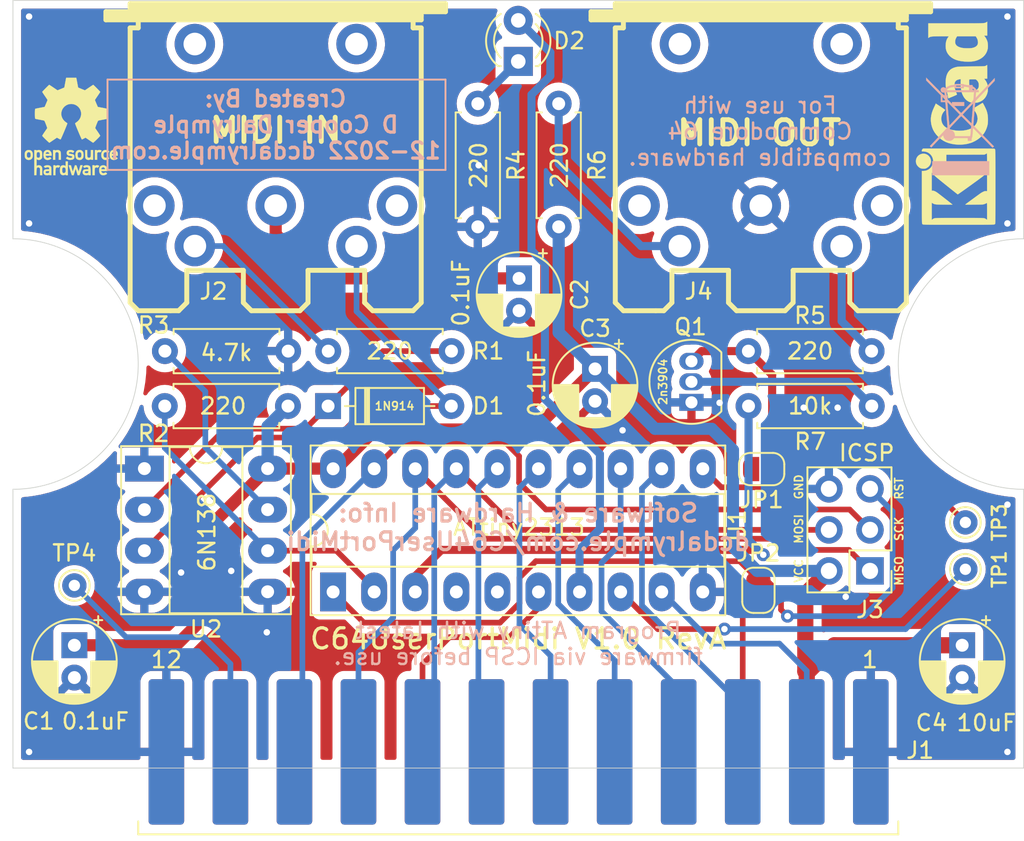
<source format=kicad_pcb>
(kicad_pcb (version 20211014) (generator pcbnew)
  (title_block (title "C64UserPortMidi") (date "2022-12-11") (rev "V1.0 RevA") (company "Hummingsound") (comment 1 "https://dcdalrymple.com/C64UserPortMidi"))
  (layers (0 "F.Cu" signal) (31 "B.Cu" signal) (34 "B.Paste" user) (35 "F.Paste" user) (36 "B.SilkS" user "B.Silkscreen") (37 "F.SilkS" user "F.Silkscreen") (38 "B.Mask" user) (39 "F.Mask" user) (44 "Edge.Cuts" user))
  (net 0 "")
  (net 1 "Net-(D1-Pad2)")
  (net 2 "Net-(D1-Pad1)")
  (net 3 "VCC")
  (net 4 "GND")
  (net 5 "RX")
  (net 6 "~{RST}")
  (net 7 "Net-(J1-PadM)")
  (net 8 "Net-(D2-Pad2)")
  (net 10 "SCK")
  (net 11 "/D4")
  (net 12 "/D3")
  (net 13 "/D2")
  (net 14 "/D1")
  (net 15 "/D0")
  (net 16 "MISO")
  (net 17 "MOSI")
  (net 21 "RECV")
  (net 25 "Net-(J2-Pad4)")
  (net 27 "Net-(R3-Pad1)")
  (net 29 "Net-(J4-Pad4)")
  (net 31 "LATCH")
  (net 33 "Net-(D2-Pad1)")
  (net 34 "Net-(J4-Pad5)")
  (net 35 "Net-(C2-Pad1)")
  (net 36 "Net-(JP1-Pad2)")
  (net 37 "Net-(Q1-Pad2)")
  (net 38 "Net-(J1-Pad3)")
  (net 39 "Net-(TP1-Pad1)")
  (net 40 "Net-(TP3-Pad1)")
  (net 41 "TX")
  (footprint "Diode_THT:D_DO-35_SOD27_P7.62mm_Horizontal" (layer "F.Cu") (at 126.29 112.6)
    (fp_text reference "D1" (at 9.91 0) (layer "F.SilkS"))
    (fp_text value "1N914")
    (pad "1" thru_hole rect (at 0 0) (size 1.6 1.6) (drill 0.8) (layers *.Cu *.Mask) (net 2 "Net-(D1-Pad1)"))
    (pad "2" thru_hole oval (at 7.62 0) (size 1.6 1.6) (drill 0.8) (layers *.Cu *.Mask) (net 1 "Net-(D1-Pad2)"))
  )
  (footprint "Capacitor_THT:CP_Radial_D5.0mm_P2.00mm" (layer "F.Cu") (at 110.6 127.4 -90)
    (fp_text reference "C1" (at 4.7 2.2 180) (layer "F.SilkS"))
    (fp_text value "0.1uF")
    (pad "1" thru_hole rect (at 0 0 270) (size 1.6 1.6) (drill 0.8) (layers *.Cu *.Mask) (net 3 "VCC"))
    (pad "2" thru_hole circle (at 2 0 270) (size 1.6 1.6) (drill 0.8) (layers *.Cu *.Mask) (net 4 "GND"))
  )
  (footprint "Commodore64C:Connector_Edge_2x12_P3.96mm" (layer "F.Cu") (at 159.85 134)
    (fp_text reference "J1" (at 3.05 -0.1) (layer "F.SilkS"))
    (fp_text value "C64-UserPort" hide)
    (fp_text user "12" (at -43.55 -5.7) (layer "F.SilkS"))
    (fp_text user "1" (at -0.05 -5.7) (layer "F.SilkS"))
    (pad "1" smd roundrect locked (at 0 0) (size 2.2 9) (layers "F.Cu" "F.Paste" "F.Mask") (roundrect_rratio 0.1) (net 4 "GND"))
    (pad "2" smd roundrect locked (at -3.96 0) (size 2.2 9) (layers "F.Cu" "F.Paste" "F.Mask") (roundrect_rratio 0.1) (net 3 "VCC"))
    (pad "3" smd roundrect locked (at -7.92 0) (size 2.2 9) (layers "F.Cu" "F.Paste" "F.Mask") (roundrect_rratio 0.1) (net 38 "Net-(J1-Pad3)"))
    (pad "4" smd roundrect locked (at -11.88 0) (size 2.2 9) (layers "F.Cu" "F.Paste" "F.Mask") (roundrect_rratio 0.1))
    (pad "5" smd roundrect locked (at -15.84 0) (size 2.2 9) (layers "F.Cu" "F.Paste" "F.Mask") (roundrect_rratio 0.1))
    (pad "6" smd roundrect locked (at -19.8 0) (size 2.2 9) (layers "F.Cu" "F.Paste" "F.Mask") (roundrect_rratio 0.1))
    (pad "7" smd roundrect locked (at -23.76 0) (size 2.2 9) (layers "F.Cu" "F.Paste" "F.Mask") (roundrect_rratio 0.1))
    (pad "8" smd roundrect locked (at -27.72 0) (size 2.2 9) (layers "F.Cu" "F.Paste" "F.Mask") (roundrect_rratio 0.1) (net 21 "RECV"))
    (pad "9" smd roundrect locked (at -31.68 0) (size 2.2 9) (layers "F.Cu" "F.Paste" "F.Mask") (roundrect_rratio 0.1))
    (pad "10" smd roundrect locked (at -35.64 0) (size 2.2 9) (layers "F.Cu" "F.Paste" "F.Mask") (roundrect_rratio 0.1))
    (pad "11" smd roundrect locked (at -39.6 0) (size 2.2 9) (layers "F.Cu" "F.Paste" "F.Mask") (roundrect_rratio 0.1))
    (pad "12" smd roundrect locked (at -43.56 0) (size 2.2 9) (layers "F.Cu" "F.Paste" "F.Mask") (roundrect_rratio 0.1) (net 4 "GND"))
    (pad "A" smd roundrect locked (at 0 0) (size 2.2 9) (layers "B.Cu" "F.Paste" "F.Mask") (roundrect_rratio 0.1) (net 4 "GND"))
    (pad "B" smd roundrect locked (at -3.96 0) (size 2.2 9) (layers "B.Cu" "F.Paste" "F.Mask") (roundrect_rratio 0.1) (net 31 "LATCH"))
    (pad "C" smd roundrect locked (at -7.92 0) (size 2.2 9) (layers "B.Cu" "F.Paste" "F.Mask") (roundrect_rratio 0.1) (net 15 "/D0"))
    (pad "D" smd roundrect locked (at -11.88 0) (size 2.2 9) (layers "B.Cu" "F.Paste" "F.Mask") (roundrect_rratio 0.1) (net 14 "/D1"))
    (pad "E" smd roundrect locked (at -15.84 0) (size 2.2 9) (layers "B.Cu" "F.Paste" "F.Mask") (roundrect_rratio 0.1) (net 13 "/D2"))
    (pad "F" smd roundrect locked (at -19.8 0) (size 2.2 9) (layers "B.Cu" "F.Paste" "F.Mask") (roundrect_rratio 0.1) (net 12 "/D3"))
    (pad "H" smd roundrect locked (at -23.76 0) (size 2.2 9) (layers "B.Cu" "F.Paste" "F.Mask") (roundrect_rratio 0.1) (net 11 "/D4"))
    (pad "J" smd roundrect locked (at -27.72 0) (size 2.2 9) (layers "B.Cu" "F.Paste" "F.Mask") (roundrect_rratio 0.1) (net 17 "MOSI"))
    (pad "K" smd roundrect locked (at -31.68 0) (size 2.2 9) (layers "B.Cu" "F.Paste" "F.Mask") (roundrect_rratio 0.1) (net 16 "MISO"))
    (pad "L" smd roundrect locked (at -35.64 0) (size 2.2 9) (layers "B.Cu" "F.Paste" "F.Mask") (roundrect_rratio 0.1) (net 10 "SCK"))
    (pad "M" smd roundrect locked (at -39.6 0) (size 2.2 9) (layers "B.Cu" "F.Paste" "F.Mask") (roundrect_rratio 0.1) (net 7 "Net-(J1-PadM)"))
    (pad "N" smd roundrect locked (at -43.56 0) (size 2.2 9) (layers "B.Cu" "F.Paste" "F.Mask") (roundrect_rratio 0.1) (net 4 "GND"))
  )
  (footprint "Video Connectors:din-5" (layer "F.Cu") (at 123.05 97.2 180)
    (fp_text reference "J2" (at 3.85 -8.3 180) (layer "F.SilkS"))
    (fp_text value "MIDI IN" (at 0 1.651 180) (layer "F.SilkS") (effects (font (size 1.5 1.5) (thickness 0.3))))
    (pad "1" thru_hole circle locked (at 7.5 -3 180) (size 2.5 2.5) (drill 1.4) (layers *.Cu *.Mask))
    (pad "2" thru_hole circle locked (at 0 -3 180) (size 2.5 2.5) (drill 1.4) (layers *.Cu *.Mask) (net 35 "Net-(C2-Pad1)"))
    (pad "3" thru_hole circle locked (at -7.5 -3 180) (size 2.5 2.5) (drill 1.4) (layers *.Cu *.Mask))
    (pad "4" thru_hole circle locked (at 5 -5.5 180) (size 2.5 2.5) (drill 1.4) (layers *.Cu *.Mask) (net 25 "Net-(J2-Pad4)"))
    (pad "5" thru_hole circle locked (at -5 -5.5 180) (size 2.5 2.5) (drill 1.4) (layers *.Cu *.Mask) (net 1 "Net-(D1-Pad2)"))
    (pad "6" thru_hole circle locked (at 5 7 180) (size 2.5 2.5) (drill 1.4) (layers *.Cu *.Mask))
    (pad "6" thru_hole circle locked (at -5 7 180) (size 2.5 2.5) (drill 1.4) (layers *.Cu *.Mask))
  )
  (footprint "Resistor_THT:R_Axial_DIN0207_L6.3mm_D2.5mm_P7.62mm_Horizontal" (layer "F.Cu") (at 126.3 109.2)
    (fp_text reference "R1" (at 9.906 0) (layer "F.SilkS"))
    (fp_text value "220")
    (pad "1" thru_hole circle (at 0 0) (size 1.6 1.6) (drill 0.8) (layers *.Cu *.Mask) (net 25 "Net-(J2-Pad4)"))
    (pad "2" thru_hole oval (at 7.62 0) (size 1.6 1.6) (drill 0.8) (layers *.Cu *.Mask) (net 2 "Net-(D1-Pad1)"))
  )
  (footprint "Package_DIP:DIP-8_W7.62mm_Socket_LongPads" (layer "F.Cu") (at 114.930923 116.469922)
    (fp_text reference "U2" (at 3.81 9.930078) (layer "F.SilkS"))
    (fp_text value "6N138")
    (pad "1" thru_hole rect (at 0 0) (size 2.4 1.6) (drill 0.8) (layers *.Cu *.Mask) (net 4 "GND"))
    (pad "2" thru_hole oval (at 0 2.54) (size 2.4 1.6) (drill 0.8) (layers *.Cu *.Mask) (net 2 "Net-(D1-Pad1)"))
    (pad "3" thru_hole oval (at 0 5.08) (size 2.4 1.6) (drill 0.8) (layers *.Cu *.Mask) (net 1 "Net-(D1-Pad2)"))
    (pad "4" thru_hole oval (at 0 7.62) (size 2.4 1.6) (drill 0.8) (layers *.Cu *.Mask) (net 4 "GND"))
    (pad "5" thru_hole oval (at 7.62 7.62) (size 2.4 1.6) (drill 0.8) (layers *.Cu *.Mask) (net 4 "GND"))
    (pad "6" thru_hole oval (at 7.62 5.08) (size 2.4 1.6) (drill 0.8) (layers *.Cu *.Mask) (net 5 "RX"))
    (pad "7" thru_hole oval (at 7.62 2.54) (size 2.4 1.6) (drill 0.8) (layers *.Cu *.Mask) (net 27 "Net-(R3-Pad1)"))
    (pad "8" thru_hole oval (at 7.62 0) (size 2.4 1.6) (drill 0.8) (layers *.Cu *.Mask) (net 3 "VCC"))
  )
  (footprint "Resistor_THT:R_Axial_DIN0207_L6.3mm_D2.5mm_P7.62mm_Horizontal" (layer "F.Cu") (at 116.2 109.2)
    (fp_text reference "R3" (at -0.7 -1.6) (layer "F.SilkS"))
    (fp_text value "4.7k")
    (pad "1" thru_hole circle (at 0 0) (size 1.6 1.6) (drill 0.8) (layers *.Cu *.Mask) (net 27 "Net-(R3-Pad1)"))
    (pad "2" thru_hole oval (at 7.62 0) (size 1.6 1.6) (drill 0.8) (layers *.Cu *.Mask) (net 4 "GND"))
  )
  (footprint "Connector_PinHeader_2.54mm:PinHeader_2x03_P2.54mm_Vertical" (layer "F.Cu") (at 159.8 122.8 180)
    (fp_text reference "J3" (at 0 -2.4 180) (layer "F.SilkS"))
    (fp_text value "AVR-ISP-6")
    (pad "1" thru_hole rect (at 0 0 180) (size 1.7 1.7) (drill 1) (layers *.Cu *.Mask) (net 16 "MISO"))
    (pad "2" thru_hole oval (at 2.54 0 180) (size 1.7 1.7) (drill 1) (layers *.Cu *.Mask) (net 3 "VCC"))
    (pad "3" thru_hole oval (at 0 2.54 180) (size 1.7 1.7) (drill 1) (layers *.Cu *.Mask) (net 10 "SCK"))
    (pad "4" thru_hole oval (at 2.54 2.54 180) (size 1.7 1.7) (drill 1) (layers *.Cu *.Mask) (net 17 "MOSI"))
    (pad "5" thru_hole oval (at 0 5.08 180) (size 1.7 1.7) (drill 1) (layers *.Cu *.Mask) (net 6 "~{RST}"))
    (pad "6" thru_hole oval (at 2.54 5.08 180) (size 1.7 1.7) (drill 1) (layers *.Cu *.Mask) (net 4 "GND"))
  )
  (footprint "Resistor_THT:R_Axial_DIN0207_L6.3mm_D2.5mm_P7.62mm_Horizontal" (layer "F.Cu") (at 123.81 112.6 180)
    (fp_text reference "R2" (at 8.31 -1.7) (layer "F.SilkS"))
    (fp_text value "220")
    (pad "1" thru_hole circle (at 0 0 180) (size 1.6 1.6) (drill 0.8) (layers *.Cu *.Mask) (net 3 "VCC"))
    (pad "2" thru_hole oval (at 7.62 0 180) (size 1.6 1.6) (drill 0.8) (layers *.Cu *.Mask) (net 5 "RX"))
  )
  (footprint "Symbol:OSHW-Logo_5.7x6mm_SilkScreen" (layer "F.Cu") (at 110.4 95.3)
    (fp_text reference "REF**" hide)
    (fp_text value "OSHW-Logo_5.7x6mm_SilkScreen" hide)
  )
  (footprint "Package_DIP:DIP-20_W7.62mm_Socket_LongPads" (layer "F.Cu") (at 126.6 124.1 90)
    (fp_text reference "U1" (at 4.1 25 270) (layer "F.SilkS"))
    (fp_text value "ATtiny2313-20P")
    (pad "1" thru_hole rect (at 0 0 90) (size 2.4 1.6) (drill 0.8) (layers *.Cu *.Mask) (net 6 "~{RST}"))
    (pad "2" thru_hole oval (at 0 2.54 90) (size 2.4 1.6) (drill 0.8) (layers *.Cu *.Mask) (net 5 "RX"))
    (pad "3" thru_hole oval (at 0 5.08 90) (size 2.4 1.6) (drill 0.8) (layers *.Cu *.Mask) (net 41 "TX"))
    (pad "4" thru_hole oval (at 0 7.62 90) (size 2.4 1.6) (drill 0.8) (layers *.Cu *.Mask))
    (pad "5" thru_hole oval (at 0 10.16 90) (size 2.4 1.6) (drill 0.8) (layers *.Cu *.Mask))
    (pad "6" thru_hole oval (at 0 12.7 90) (size 2.4 1.6) (drill 0.8) (layers *.Cu *.Mask) (net 21 "RECV"))
    (pad "7" thru_hole oval (at 0 15.24 90) (size 2.4 1.6) (drill 0.8) (layers *.Cu *.Mask) (net 8 "Net-(D2-Pad2)"))
    (pad "8" thru_hole oval (at 0 17.78 90) (size 2.4 1.6) (drill 0.8) (layers *.Cu *.Mask) (net 39 "Net-(TP1-Pad1)"))
    (pad "9" thru_hole oval (at 0 20.32 90) (size 2.4 1.6) (drill 0.8) (layers *.Cu *.Mask) (net 31 "LATCH"))
    (pad "10" thru_hole oval (at 0 22.86 90) (size 2.4 1.6) (drill 0.8) (layers *.Cu *.Mask) (net 4 "GND"))
    (pad "11" thru_hole oval (at 7.62 22.86 90) (size 2.4 1.6) (drill 0.8) (layers *.Cu *.Mask) (net 40 "Net-(TP3-Pad1)"))
    (pad "12" thru_hole oval (at 7.62 20.32 90) (size 2.4 1.6) (drill 0.8) (layers *.Cu *.Mask) (net 15 "/D0"))
    (pad "13" thru_hole oval (at 7.62 17.78 90) (size 2.4 1.6) (drill 0.8) (layers *.Cu *.Mask) (net 14 "/D1"))
    (pad "14" thru_hole oval (at 7.62 15.24 90) (size 2.4 1.6) (drill 0.8) (layers *.Cu *.Mask) (net 13 "/D2"))
    (pad "15" thru_hole oval (at 7.62 12.7 90) (size 2.4 1.6) (drill 0.8) (layers *.Cu *.Mask) (net 12 "/D3"))
    (pad "16" thru_hole oval (at 7.62 10.16 90) (size 2.4 1.6) (drill 0.8) (layers *.Cu *.Mask) (net 11 "/D4"))
    (pad "17" thru_hole oval (at 7.62 7.62 90) (size 2.4 1.6) (drill 0.8) (layers *.Cu *.Mask) (net 17 "MOSI"))
    (pad "18" thru_hole oval (at 7.62 5.08 90) (size 2.4 1.6) (drill 0.8) (layers *.Cu *.Mask) (net 16 "MISO"))
    (pad "19" thru_hole oval (at 7.62 2.54 90) (size 2.4 1.6) (drill 0.8) (layers *.Cu *.Mask) (net 10 "SCK"))
    (pad "20" thru_hole oval (at 7.62 0 90) (size 2.4 1.6) (drill 0.8) (layers *.Cu *.Mask) (net 3 "VCC"))
  )
  (footprint "Resistor_THT:R_Axial_DIN0207_L6.3mm_D2.5mm_P7.62mm_Horizontal" (layer "F.Cu") (at 159.91 112.6 180)
    (fp_text reference "R7" (at 3.81 -2.2) (layer "F.SilkS"))
    (fp_text value "10k")
    (pad "1" thru_hole circle (at 0 0 180) (size 1.6 1.6) (drill 0.8) (layers *.Cu *.Mask) (net 37 "Net-(Q1-Pad2)"))
    (pad "2" thru_hole oval (at 7.62 0 180) (size 1.6 1.6) (drill 0.8) (layers *.Cu *.Mask) (net 41 "TX"))
  )
  (footprint "Package_TO_SOT_THT:TO-92_Inline" (layer "F.Cu") (at 148.76 112.37 90)
    (fp_text reference "Q1" (at 4.67 -0.06) (layer "F.SilkS"))
    (fp_text value "2N3904")
    (pad "1" thru_hole rect (at 0 0 90) (size 1.05 1.5) (drill 0.75) (layers *.Cu *.Mask) (net 4 "GND"))
    (pad "2" thru_hole oval (at 1.27 0 90) (size 1.05 1.5) (drill 0.75) (layers *.Cu *.Mask) (net 37 "Net-(Q1-Pad2)"))
    (pad "3" thru_hole oval (at 2.54 0 90) (size 1.05 1.5) (drill 0.75) (layers *.Cu *.Mask) (net 36 "Net-(JP1-Pad2)"))
  )
  (footprint "Symbol:KiCad-Logo_5mm_SilkScreen" (layer "F.Cu") (at 165.617938 95.105698 90)
    (fp_text reference "REF**" hide)
    (fp_text value "KiCad-Logo_5mm_SilkScreen" hide)
  )
  (footprint "Jumper:SolderJumper-2_P1.3mm_Open_RoundedPad1.0x1.5mm" (layer "F.Cu") (at 153.1 116.5)
    (fp_text reference "JP1" (at 0 1.9) (layer "F.SilkS"))
    (fp_text value "MIDI Output Bypass")
    (pad "1" smd custom (at -0.65 0) (size 1 0.5) (layers "F.Cu" "F.Mask") (net 41 "TX") (options (clearance outline) (anchor rect)) (primitives (gr_circle (center 0 0.25) (end 0.5 0.25) (width 0) (fill yes)) (gr_circle (center 0 -0.25) (end 0.5 -0.25) (width 0) (fill yes)) (gr_poly (pts (xy 0.5 0.75) (xy 0 0.75) (xy 0 -0.75) (xy 0.5 -0.75)) (width 0) (fill yes))))
    (pad "2" smd custom (at 0.65 0) (size 1 0.5) (layers "F.Cu" "F.Mask") (net 36 "Net-(JP1-Pad2)") (options (clearance outline) (anchor rect)) (primitives (gr_circle (center 0 0.25) (end 0.5 0.25) (width 0) (fill yes)) (gr_circle (center 0 -0.25) (end 0.5 -0.25) (width 0) (fill yes)) (gr_poly (pts (xy 0 0.75) (xy -0.5 0.75) (xy -0.5 -0.75) (xy 0 -0.75)) (width 0) (fill yes))))
  )
  (footprint "Capacitor_THT:CP_Radial_D5.0mm_P2.00mm" (layer "F.Cu") (at 142.8 110.3 -90)
    (fp_text reference "C3" (at -2.5 0 180) (layer "F.SilkS"))
    (fp_text value "0.1uF")
    (pad "1" thru_hole rect (at 0 0 270) (size 1.6 1.6) (drill 0.8) (layers *.Cu *.Mask) (net 3 "VCC"))
    (pad "2" thru_hole circle (at 2 0 270) (size 1.6 1.6) (drill 0.8) (layers *.Cu *.Mask) (net 4 "GND"))
  )
  (footprint "Capacitor_THT:CP_Radial_D5.0mm_P2.00mm" (layer "F.Cu") (at 138.1 104.7 -90)
    (fp_text reference "C2" (at 1 -3.75 90) (layer "F.SilkS"))
    (fp_text value "0.1uF")
    (pad "1" thru_hole rect (at 0 0 270) (size 1.6 1.6) (drill 0.8) (layers *.Cu *.Mask) (net 35 "Net-(C2-Pad1)"))
    (pad "2" thru_hole circle (at 2 0 270) (size 1.6 1.6) (drill 0.8) (layers *.Cu *.Mask) (net 4 "GND"))
  )
  (footprint "Video Connectors:din-5" (layer "F.Cu") (at 153.05 97.2 180)
    (fp_text reference "J4" (at 3.85 -8.3) (layer "F.SilkS"))
    (fp_text value "MIDI OUT" (at 0.1 1.5) (layer "F.SilkS") (effects (font (size 1.5 1.5) (thickness 0.3))))
    (pad "1" thru_hole circle locked (at 7.5 -3 180) (size 2.5 2.5) (drill 1.4) (layers *.Cu *.Mask))
    (pad "2" thru_hole circle locked (at 0 -3 180) (size 2.5 2.5) (drill 1.4) (layers *.Cu *.Mask) (net 4 "GND"))
    (pad "3" thru_hole circle locked (at -7.5 -3 180) (size 2.5 2.5) (drill 1.4) (layers *.Cu *.Mask))
    (pad "4" thru_hole circle locked (at 5 -5.5 180) (size 2.5 2.5) (drill 1.4) (layers *.Cu *.Mask) (net 29 "Net-(J4-Pad4)"))
    (pad "5" thru_hole circle locked (at -5 -5.5 180) (size 2.5 2.5) (drill 1.4) (layers *.Cu *.Mask) (net 34 "Net-(J4-Pad5)"))
    (pad "6" thru_hole circle locked (at 5 7 180) (size 2.5 2.5) (drill 1.4) (layers *.Cu *.Mask))
    (pad "6" thru_hole circle locked (at -5 7 180) (size 2.5 2.5) (drill 1.4) (layers *.Cu *.Mask))
  )
  (footprint "Resistor_THT:R_Axial_DIN0207_L6.3mm_D2.5mm_P7.62mm_Horizontal" (layer "F.Cu") (at 159.9 109.2 180)
    (fp_text reference "R5" (at 3.81 2.2) (layer "F.SilkS"))
    (fp_text value "220")
    (pad "1" thru_hole circle (at 0 0 180) (size 1.6 1.6) (drill 0.8) (layers *.Cu *.Mask) (net 34 "Net-(J4-Pad5)"))
    (pad "2" thru_hole oval (at 7.62 0 180) (size 1.6 1.6) (drill 0.8) (layers *.Cu *.Mask) (net 36 "Net-(JP1-Pad2)"))
  )
  (footprint "TestPoint:TestPoint_THTPad_D1.5mm_Drill0.7mm" (layer "F.Cu") (at 165.7 122.7 90)
    (fp_text reference "TP1" (at 0 2.1 90) (layer "F.SilkS") (effects (font (size 0.85 0.85))))
    (fp_text value "PD4")
    (pad "1" thru_hole circle (at 0 0 90) (size 1.5 1.5) (drill 0.7) (layers *.Cu *.Mask) (net 39 "Net-(TP1-Pad1)"))
  )
  (footprint "TestPoint:TestPoint_THTPad_D1.5mm_Drill0.7mm" (layer "F.Cu") (at 110.6 123.7 -90)
    (fp_text reference "TP4" (at -2 0) (layer "F.SilkS"))
    (fp_text value "PA2")
    (pad "1" thru_hole circle (at 0 0 270) (size 1.5 1.5) (drill 0.7) (layers *.Cu *.Mask) (net 7 "Net-(J1-PadM)"))
  )
  (footprint "Resistor_THT:R_Axial_DIN0207_L6.3mm_D2.5mm_P7.62mm_Horizontal" (layer "F.Cu") (at 135.55 93.89 -90)
    (fp_text reference "R4" (at 3.81 -2.37 90) (layer "F.SilkS"))
    (fp_text value "220")
    (pad "1" thru_hole circle (at 0 0 270) (size 1.6 1.6) (drill 0.8) (layers *.Cu *.Mask) (net 33 "Net-(D2-Pad1)"))
    (pad "2" thru_hole oval (at 7.62 0 270) (size 1.6 1.6) (drill 0.8) (layers *.Cu *.Mask) (net 4 "GND"))
  )
  (footprint "TestPoint:TestPoint_THTPad_D1.5mm_Drill0.7mm" (layer "F.Cu") (at 165.7 119.8 90)
    (fp_text reference "TP3" (at 0 2.1 90) (layer "F.SilkS") (effects (font (size 0.85 0.85))))
    (fp_text value "PD6")
    (pad "1" thru_hole circle (at 0 0 90) (size 1.5 1.5) (drill 0.7) (layers *.Cu *.Mask) (net 40 "Net-(TP3-Pad1)"))
  )
  (footprint "Resistor_THT:R_Axial_DIN0207_L6.3mm_D2.5mm_P7.62mm_Horizontal" (layer "F.Cu") (at 140.55 93.89 -90)
    (fp_text reference "R6" (at 3.81 -2.37 90) (layer "F.SilkS"))
    (fp_text value "220")
    (pad "1" thru_hole circle (at 0 0 270) (size 1.6 1.6) (drill 0.8) (layers *.Cu *.Mask) (net 29 "Net-(J4-Pad4)"))
    (pad "2" thru_hole oval (at 7.62 0 270) (size 1.6 1.6) (drill 0.8) (layers *.Cu *.Mask) (net 3 "VCC"))
  )
  (footprint "LED_THT:LED_D3.0mm" (layer "F.Cu") (at 138.05 91.275 90)
    (fp_text reference "D2" (at 1.275 3.15 180) (layer "F.SilkS"))
    (fp_text value "LED")
    (pad "1" thru_hole rect (at 0 0 90) (size 1.8 1.8) (drill 0.9) (layers *.Cu *.Mask) (net 33 "Net-(D2-Pad1)"))
    (pad "2" thru_hole circle (at 2.54 0 90) (size 1.8 1.8) (drill 0.9) (layers *.Cu *.Mask) (net 8 "Net-(D2-Pad2)"))
  )
  (footprint "Jumper:SolderJumper-2_P1.3mm_Bridged_RoundedPad1.0x1.5mm" (layer "F.Cu") (at 152.9 124 90)
    (fp_text reference "JP2" (at 2.3 0 180) (layer "F.SilkS"))
    (fp_text value "RST Bypass")
    (fp_poly (pts (xy 0.25 -0.3) (xy -0.25 -0.3) (xy -0.25 0.3) (xy 0.25 0.3)) (layer "F.Cu") (width 0) (fill solid))
    (pad "1" smd custom (at -0.65 0 90) (size 1 0.5) (layers "F.Cu" "F.Mask") (net 38 "Net-(J1-Pad3)") (options (clearance outline) (anchor rect)) (primitives (gr_circle (center 0 0.25) (end 0.5 0.25) (width 0) (fill yes)) (gr_circle (center 0 -0.25) (end 0.5 -0.25) (width 0) (fill yes)) (gr_poly (pts (xy 0.5 0.75) (xy 0 0.75) (xy 0 -0.75) (xy 0.5 -0.75)) (width 0) (fill yes))))
    (pad "2" smd custom (at 0.65 0 90) (size 1 0.5) (layers "F.Cu" "F.Mask") (net 6 "~{RST}") (options (clearance outline) (anchor rect)) (primitives (gr_circle (center 0 0.25) (end 0.5 0.25) (width 0) (fill yes)) (gr_circle (center 0 -0.25) (end 0.5 -0.25) (width 0) (fill yes)) (gr_poly (pts (xy 0 0.75) (xy -0.5 0.75) (xy -0.5 -0.75) (xy 0 -0.75)) (width 0) (fill yes))))
  )
  (footprint "Capacitor_THT:CP_Radial_D5.0mm_P2.00mm" (layer "F.Cu") (at 165.5 127.4 -90)
    (fp_text reference "C4" (at 4.8 1.9 180) (layer "F.SilkS"))
    (fp_text value "10uF")
    (pad "1" thru_hole rect (at 0 0 270) (size 1.6 1.6) (drill 0.8) (layers *.Cu *.Mask) (net 3 "VCC"))
    (pad "2" thru_hole circle (at 2 0 270) (size 1.6 1.6) (drill 0.8) (layers *.Cu *.Mask) (net 4 "GND"))
  )
  (footprint "Symbol:WEEE-Logo_4.2x6mm_SilkScreen" (layer "B.Cu") (at 165.4 95.3 180)
    (fp_text reference "REF**" hide)
    (fp_text value "WEEE-Logo_4.2x6mm_SilkScreen" hide)
  )
  (gr_line (start 133.55 92.4) (end 112.65 92.4) (layer "B.SilkS") (width 0.12))
  (gr_line (start 112.65 97.988) (end 133.55 97.988) (layer "B.SilkS") (width 0.12))
  (gr_line (start 133.55 97.988) (end 133.55 92.4) (layer "B.SilkS") (width 0.12))
  (gr_line (start 112.65 92.4) (end 112.65 97.988) (layer "B.SilkS") (width 0.12))
  (gr_line locked (start 106.8 135) (end 169.3 135) (layer "Edge.Cuts") (width 0.05))
  (gr_line locked (start 169.3 102.25) (end 169.3 87.5) (layer "Edge.Cuts") (width 0.05))
  (gr_arc locked (start 106.8 102.25) (mid 114.55 110) (end 106.8 117.75) (layer "Edge.Cuts") (width 0.05))
  (gr_line locked (start 106.8 102.25) (end 106.8 87.5) (layer "Edge.Cuts") (width 0.05))
  (gr_line locked (start 106.8 87.5) (end 169.3 87.5) (layer "Edge.Cuts") (width 0.05))
  (gr_line locked (start 106.8 135) (end 106.8 117.75) (layer "Edge.Cuts") (width 0.05))
  (gr_arc locked (start 169.3 117.75) (mid 161.55 110) (end 169.3 102.25) (layer "Edge.Cuts") (width 0.05))
  (gr_line locked (start 169.3 135) (end 169.3 117.75) (layer "Edge.Cuts") (width 0.05))
  (gr_text "Created By:\nD Cooper Dalrymple\n12-2022 dcdalrymple.com" (at 123.044 95.194) (layer "B.SilkS") (effects (font (size 1 1) (thickness 0.2)) (justify mirror)))
  (gr_text "Software & Hardware Info:\ndcdalrymple.com/C64UserPortMidi" (at 138.05 120.1) (layer "B.SilkS") (effects (font (size 1.1 1.1) (thickness 0.2)) (justify mirror)))
  (gr_text "For use with\nCommodore 64\ncompatible hardware." (at 153 95.6) (layer "B.SilkS") (effects (font (size 1 1)) (justify mirror)))
  (gr_text "Program ATtiny with latest\nfirmware via ICSP before use." (at 138.05 127.3) (layer "B.SilkS") (effects (font (size 1 1)) (justify mirror)))
  (gr_text "MOSI" (at 155.4 120.2 90) (layer "F.SilkS") (effects (font (size 0.5 0.5) (thickness 0.1))))
  (gr_text "GND" (at 155.4 117.6 90) (layer "F.SilkS") (effects (font (size 0.5 0.5) (thickness 0.1))))
  (gr_text "RST" (at 161.6 117.7 90) (layer "F.SilkS") (effects (font (size 0.5 0.5) (thickness 0.1))))
  (gr_text "SCK" (at 161.6 120.2 90) (layer "F.SilkS") (effects (font (size 0.5 0.5) (thickness 0.1))))
  (gr_text "MISO" (at 161.6 122.8 90) (layer "F.SilkS") (effects (font (size 0.5 0.5) (thickness 0.1))))
  (gr_text "C64UserPortMidi V1.0 RevA" (at 138.05 127) (layer "F.SilkS") (effects (font (size 1.25 1.25) (thickness 0.2))))
  (gr_text "220" (at 119.8 112.6) (layer "F.SilkS") (effects (font (size 1 1))))
  (gr_text "ICSP" (at 159.6 115.5) (layer "F.SilkS") (effects (font (size 1 1))))
  (gr_text "220" (at 156.1 109.2) (layer "F.SilkS") (effects (font (size 1 1))))
  (gr_text "VCC" (at 155.4 122.8 90) (layer "F.SilkS") (effects (font (size 0.5 0.5) (thickness 0.1))))
  (gr_text "1N914" (at 130.4 112.6) (layer "F.SilkS") (effects (font (size 0.5 0.5) (thickness 0.1))))
  (gr_text "4.7k" (at 120 109.3) (layer "F.SilkS") (effects (font (size 1 1))))
  (gr_text "0.1uF" (at 139.2 111.2 90) (layer "F.SilkS") (effects (font (size 1 1))))
  (gr_text "10uF" (at 167 132.2) (layer "F.SilkS") (effects (font (size 1 1))))
  (gr_text "6N138" (at 118.8 120.4 90) (layer "F.SilkS") (effects (font (size 1 1))))
  (gr_text "0.1uF" (at 134.5 105.6 90) (layer "F.SilkS") (effects (font (size 1 1))))
  (gr_text "220" (at 130.1 109.2) (layer "F.SilkS") (effects (font (size 1 1))))
  (gr_text "0.1uF" (at 111.9 132.1) (layer "F.SilkS") (effects (font (size 1 1))))
  (gr_text "220" (at 140.6 97.7 90) (layer "F.SilkS") (effects (font (size 1 1))))
  (gr_text "220" (at 135.6 97.7 90) (layer "F.SilkS") (effects (font (size 1 1))))
  (gr_text "ATtiny2313" (at 138.1 120.1) (layer "F.SilkS") (effects (font (size 1 1))))
  (gr_text "10k" (at 156.1 112.6) (layer "F.SilkS") (effects (font (size 1 1))))
  (gr_text "2n3904" (at 147 111.1 90) (layer "F.SilkS") (effects (font (size 0.5 0.5) (thickness 0.1))))
  (segment (start 126.85 114.55) (end 128.8 112.6) (width 0.35) (layer "F.Cu") (net 1))
  (segment (start 121.930845 114.55) (end 126.85 114.55) (width 0.35) (layer "F.Cu") (net 1))
  (segment (start 128.8 112.6) (end 133.91 112.6) (width 0.35) (layer "F.Cu") (net 1))
  (segment (start 121.930845 114.55) (end 114.930923 121.549922) (width 0.35) (layer "F.Cu") (net 1))
  (segment (start 128.05 106.74) (end 128.05 102.7) (width 0.35) (layer "B.Cu") (net 1))
  (segment (start 133.91 112.6) (end 128.05 106.74) (width 0.35) (layer "B.Cu") (net 1))
  (segment (start 129.69 109.2) (end 126.29 112.6) (width 0.35) (layer "F.Cu") (net 2))
  (segment (start 124.89 114) (end 126.29 112.6) (width 0.35) (layer "F.Cu") (net 2))
  (segment (start 114.930923 119.009922) (end 119.940845 114) (width 0.35) (layer "F.Cu") (net 2))
  (segment (start 119.940845 114) (end 124.89 114) (width 0.35) (layer "F.Cu") (net 2))
  (segment (start 133.92 109.2) (end 129.69 109.2) (width 0.35) (layer "F.Cu") (net 2))
  (segment (start 118.8 125.5) (end 116.9 127.4) (width 0.75) (layer "F.Cu") (net 3))
  (segment (start 139.05 114.05) (end 142.8 110.3) (width 0.75) (layer "F.Cu") (net 3))
  (segment (start 155.89 129.11) (end 157.6 127.4) (width 1) (layer "F.Cu") (net 3))
  (segment (start 118.8 120.220845) (end 118.8 125.5) (width 0.75) (layer "F.Cu") (net 3))
  (segment (start 155.89 134) (end 155.89 129.11) (width 1) (layer "F.Cu") (net 3))
  (segment (start 116.9 127.4) (end 110.6 127.4) (width 0.75) (layer "F.Cu") (net 3))
  (segment (start 122.550923 116.469922) (end 126.589922 116.469922) (width 0.75) (layer "F.Cu") (net 3))
  (segment (start 157.6 127.4) (end 165.5 127.4) (width 1) (layer "F.Cu") (net 3))
  (segment (start 126.589922 116.469922) (end 126.6 116.48) (width 0.75) (layer "F.Cu") (net 3))
  (segment (start 155.8 129.02) (end 155.8 124.26) (width 1) (layer "F.Cu") (net 3))
  (segment (start 126.795456 116.48) (end 129.225456 114.05) (width 0.75) (layer "F.Cu") (net 3))
  (segment (start 129.225456 114.05) (end 139.05 114.05) (width 0.75) (layer "F.Cu") (net 3))
  (segment (start 155.8 124.26) (end 157.26 122.8) (width 1) (layer "F.Cu") (net 3))
  (segment (start 122.550923 116.469922) (end 118.8 120.220845) (width 0.75) (layer "F.Cu") (net 3))
  (segment (start 155.89 129.11) (end 155.8 129.02) (width 1) (layer "F.Cu") (net 3))
  (segment (start 126.6 116.48) (end 126.795456 116.48) (width 0.75) (layer "F.Cu") (net 3))
  (segment (start 140.55 108.05) (end 142.8 110.3) (width 0.75) (layer "B.Cu") (net 3))
  (segment (start 142.8 110.3) (end 146.507499 114.007499) (width 0.75) (layer "B.Cu") (net 3))
  (segment (start 151.327854 115.327854) (end 151.327854 121.306713) (width 0.75) (layer "B.Cu") (net 3))
  (segment (start 150.007499 114.007499) (end 151.327854 115.327854) (width 0.75) (layer "B.Cu") (net 3))
  (segment (start 152.821141 122.8) (end 157.26 122.8) (width 0.75) (layer "B.Cu") (net 3))
  (segment (start 140.55 101.51) (end 140.55 108.05) (width 0.75) (layer "B.Cu") (net 3))
  (segment (start 146.507499 114.007499) (end 150.007499 114.007499) (width 0.75) (layer "B.Cu") (net 3))
  (segment (start 122.550923 113.859077) (end 123.81 112.6) (width 0.75) (layer "B.Cu") (net 3))
  (segment (start 122.550923 116.469922) (end 122.550923 113.859077) (width 0.75) (layer "B.Cu") (net 3))
  (segment (start 151.327854 121.306713) (end 152.821141 122.8) (width 0.75) (layer "B.Cu") (net 3))
  (via (at 122.5 126.6) (size 0.8) (drill 0.4) (layers "F.Cu" "B.Cu") (net 4))
  (via (at 117.2 122.9) (size 0.8) (drill 0.4) (layers "F.Cu" "B.Cu") (net 4))
  (via (at 168.3 88.5) (size 0.8) (drill 0.4) (layers "F.Cu" "B.Cu") (net 4))
  (via (at 107.8 88.5) (size 0.8) (drill 0.4) (layers "F.Cu" "B.Cu") (net 4))
  (via (at 107.8 134) (size 0.8) (drill 0.4) (layers "F.Cu" "B.Cu") (net 4))
  (via (at 168.3 118.7) (size 0.8) (drill 0.4) (layers "F.Cu" "B.Cu") (net 4))
  (via (at 120.3 122.8) (size 0.8) (drill 0.4) (layers "F.Cu" "B.Cu") (net 4))
  (via (at 135.6 97.7) (size 0.8) (drill 0.4) (layers "F.Cu" "B.Cu") (net 4))
  (via (at 144.5 114.1) (size 0.8) (drill 0.4) (layers "F.Cu" "B.Cu") (net 4))
  (via (at 155.7 112.7) (size 0.8) (drill 0.4) (layers "F.Cu" "B.Cu") (net 4))
  (via (at 157.8 112.7) (size 0.8) (drill 0.4) (layers "F.Cu" "B.Cu") (net 4))
  (via (at 168.3 101.3) (size 0.8) (drill 0.4) (layers "F.Cu" "B.Cu") (net 4))
  (via (at 150.5 112.4) (size 0.8) (drill 0.4) (layers "F.Cu" "B.Cu") (net 4))
  (via (at 107.8 101.3) (size 0.8) (drill 0.4) (layers "F.Cu" "B.Cu") (net 4))
  (via (at 158.3 124.4) (size 0.8) (drill 0.4) (layers "F.Cu" "B.Cu") (net 4))
  (via (at 168.3 134) (size 0.8) (drill 0.4) (layers "F.Cu" "B.Cu") (net 4))
  (segment (start 126.799922 121.549922) (end 129.14 123.89) (width 0.35) (layer "F.Cu") (net 5))
  (segment (start 129.14 123.89) (end 129.14 124.1) (width 0.35) (layer "F.Cu") (net 5))
  (segment (start 122.550923 121.549922) (end 126.799922 121.549922) (width 0.35) (layer "F.Cu") (net 5))
  (segment (start 116.19 115.188999) (end 116.19 112.6) (width 0.35) (layer "B.Cu") (net 5))
  (segment (start 122.550923 121.549922) (end 116.19 115.188999) (width 0.35) (layer "B.Cu") (net 5))
  (segment (start 154.3 125.2) (end 154.7 125.6) (width 0.35) (layer "F.Cu") (net 6))
  (segment (start 136.921701 126) (end 138.125 124.796701) (width 0.35) (layer "F.Cu") (net 6))
  (segment (start 138.125 124.796701) (end 138.125 123.213299) (width 0.35) (layer "F.Cu") (net 6))
  (segment (start 152.9 123.35) (end 153.38033 123.35) (width 0.35) (layer "F.Cu") (net 6))
  (segment (start 154.3 124.26967) (end 154.3 125.2) (width 0.35) (layer "F.Cu") (net 6))
  (segment (start 126.6 124.1) (end 128.5 126) (width 0.35) (layer "F.Cu") (net 6))
  (segment (start 153.38033 123.35) (end 154.3 124.26967) (width 0.35) (layer "F.Cu") (net 6))
  (segment (start 138.125 123.213299) (end 139.138299 122.2) (width 0.35) (layer "F.Cu") (net 6))
  (segment (start 151.75 122.2) (end 152.9 123.35) (width 0.35) (layer "F.Cu") (net 6))
  (segment (start 139.138299 122.2) (end 151.75 122.2) (width 0.35) (layer "F.Cu") (net 6))
  (segment (start 128.5 126) (end 136.921701 126) (width 0.35) (layer "F.Cu") (net 6))
  (via (at 154.7 125.6) (size 0.8) (drill 0.4) (layers "F.Cu" "B.Cu") (net 6))
  (segment (start 161.2 119.12) (end 159.8 117.72) (width 0.35) (layer "B.Cu") (net 6))
  (segment (start 159.45 125.6) (end 161.2 123.85) (width 0.35) (layer "B.Cu") (net 6))
  (segment (start 161.2 123.85) (end 161.2 119.12) (width 0.35) (layer "B.Cu") (net 6))
  (segment (start 154.7 125.6) (end 159.45 125.6) (width 0.35) (layer "B.Cu") (net 6))
  (segment (start 113.8 126.9) (end 110.6 123.7) (width 0.35) (layer "B.Cu") (net 7))
  (segment (start 120.25 128.55) (end 118.6 126.9) (width 0.35) (layer "B.Cu") (net 7))
  (segment (start 118.6 126.9) (end 113.8 126.9) (width 0.35) (layer "B.Cu") (net 7))
  (segment (start 120.25 134) (end 120.25 128.55) (width 0.35) (layer "B.Cu") (net 7))
  (segment (start 140.032233 90.717233) (end 140.032233 92.167767) (width 0.5) (layer "B.Cu") (net 8))
  (segment (start 138.867846 93.332154) (end 138.867846 102.967846) (width 0.5) (layer "B.Cu") (net 8))
  (segment (start 138.867846 102.967846) (end 139.7 103.8) (width 0.5) (layer "B.Cu") (net 8))
  (segment (start 140.032233 92.167767) (end 138.867846 93.332154) (width 0.5) (layer "B.Cu") (net 8))
  (segment (start 141.84 121.46) (end 141.84 124.1) (width 0.5) (layer "B.Cu") (net 8))
  (segment (start 143.1 120.2) (end 141.84 121.46) (width 0.5) (layer "B.Cu") (net 8))
  (segment (start 138.05 88.735) (end 140.032233 90.717233) (width 0.5) (layer "B.Cu") (net 8))
  (segment (start 139.7 103.8) (end 139.7 112.172233) (width 0.5) (layer "B.Cu") (net 8))
  (segment (start 143.1 115.572233) (end 143.1 120.2) (width 0.5) (layer "B.Cu") (net 8))
  (segment (start 139.7 112.172233) (end 143.1 115.572233) (width 0.5) (layer "B.Cu") (net 8))
  (segment (start 139.758299 119) (end 158.54 119) (width 0.35) (layer "F.Cu") (net 10))
  (segment (start 130.82 114.8) (end 137.2 114.8) (width 0.35) (layer "F.Cu") (net 10))
  (segment (start 138.1 117.341701) (end 139.758299 119) (width 0.35) (layer "F.Cu") (net 10))
  (segment (start 138.1 115.7) (end 138.1 117.341701) (width 0.35) (layer "F.Cu") (net 10))
  (segment (start 137.2 114.8) (end 138.1 115.7) (width 0.35) (layer "F.Cu") (net 10))
  (segment (start 158.54 119) (end 159.8 120.26) (width 0.35) (layer "F.Cu") (net 10))
  (segment (start 129.14 116.48) (end 130.82 114.8) (width 0.35) (layer "F.Cu") (net 10))
  (segment (start 129.14 116.48) (end 124.7 120.92) (width 0.35) (layer "B.Cu") (net 10))
  (segment (start 124.7 133.51) (end 124.21 134) (width 0.35) (layer "B.Cu") (net 10))
  (segment (start 124.7 120.92) (end 124.7 133.51) (width 0.35) (layer "B.Cu") (net 10))
  (segment (start 136.09 134) (end 135.585 133.495) (width 0.35) (layer "B.Cu") (net 11))
  (segment (start 135.585 117.655) (end 136.76 116.48) (width 0.35) (layer "B.Cu") (net 11))
  (segment (start 135.585 133.495) (end 135.585 117.655) (width 0.35) (layer "B.Cu") (net 11))
  (segment (start 140.05 128.05) (end 138.125 126.125) (width 0.35) (layer "B.Cu") (net 12))
  (segment (start 138.125 117.655) (end 139.3 116.48) (width 0.35) (layer "B.Cu") (net 12))
  (segment (start 138.125 126.125) (end 138.125 117.655) (width 0.35) (layer "B.Cu") (net 12))
  (segment (start 140.05 134) (end 140.05 128.05) (width 0.35) (layer "B.Cu") (net 12))
  (segment (start 140.521941 124.843642) (end 140.521941 117.798059) (width 0.35) (layer "B.Cu") (net 13))
  (segment (start 144.01 128.331701) (end 140.521941 124.843642) (width 0.35) (layer "B.Cu") (net 13))
  (segment (start 140.521941 117.798059) (end 141.84 116.48) (width 0.35) (layer "B.Cu") (net 13))
  (segment (start 144.01 134) (end 144.01 128.331701) (width 0.35) (layer "B.Cu") (net 13))
  (segment (start 144.38 121.12) (end 143.2 122.3) (width 0.35) (layer "B.Cu") (net 14))
  (segment (start 144.38 116.48) (end 144.38 121.12) (width 0.35) (layer "B.Cu") (net 14))
  (segment (start 147.97 130.07) (end 147.97 134) (width 0.35) (layer "B.Cu") (net 14))
  (segment (start 143.2 122.3) (end 143.2 125.3) (width 0.35) (layer "B.Cu") (net 14))
  (segment (start 143.2 125.3) (end 147.97 130.07) (width 0.35) (layer "B.Cu") (net 14))
  (segment (start 151.93 134) (end 151.93 131.171701) (width 0.35) (layer "B.Cu") (net 15))
  (segment (start 151.93 131.171701) (end 145.7 124.941701) (width 0.35) (layer "B.Cu") (net 15))
  (segment (start 145.7 117.7) (end 146.92 116.48) (width 0.35) (layer "B.Cu") (net 15))
  (segment (start 145.7 124.941701) (end 145.7 117.7) (width 0.35) (layer "B.Cu") (net 15))
  (segment (start 158.5 121.5) (end 159.8 122.8) (width 0.35) (layer "F.Cu") (net 16))
  (segment (start 154 120.81) (end 154.69 121.5) (width 0.35) (layer "F.Cu") (net 16))
  (segment (start 131.68 116.48) (end 136.01 120.81) (width 0.35) (layer "F.Cu") (net 16))
  (segment (start 154.69 121.5) (end 158.5 121.5) (width 0.35) (layer "F.Cu") (net 16))
  (segment (start 136.01 120.81) (end 154 120.81) (width 0.35) (layer "F.Cu") (net 16))
  (segment (start 131.68 120.15) (end 131.68 116.48) (width 0.35) (layer "B.Cu") (net 16))
  (segment (start 130.315 125.685) (end 130.315 121.515) (width 0.35) (layer "B.Cu") (net 16))
  (segment (start 128.17 134) (end 128.17 127.83) (width 0.35) (layer "B.Cu") (net 16))
  (segment (start 128.17 127.83) (end 130.315 125.685) (width 0.35) (layer "B.Cu") (net 16))
  (segment (start 130.315 121.515) (end 131.68 120.15) (width 0.35) (layer "B.Cu") (net 16))
  (segment (start 138 120.26) (end 157.26 120.26) (width 0.35) (layer "F.Cu") (net 17))
  (segment (start 138 120.26) (end 134.22 116.48) (width 0.35) (layer "F.Cu") (net 17))
  (segment (start 132.855 117.845) (end 134.22 116.48) (width 0.35) (layer "B.Cu") (net 17))
  (segment (start 132.855 133.275) (end 132.855 117.845) (width 0.35) (layer "B.Cu") (net 17))
  (segment (start 132.13 134) (end 132.855 133.275) (width 0.35) (layer "B.Cu") (net 17))
  (segment (start 133.8 126.9) (end 137.5 126.9) (width 0.35) (layer "F.Cu") (net 21))
  (segment (start 139.3 125.1) (end 139.3 124.1) (width 0.35) (layer "F.Cu") (net 21))
  (segment (start 137.5 126.9) (end 139.3 125.1) (width 0.35) (layer "F.Cu") (net 21))
  (segment (start 132.13 128.57) (end 133.8 126.9) (width 0.35) (layer "F.Cu") (net 21))
  (segment (start 132.13 134) (end 132.13 128.57) (width 0.35) (layer "F.Cu") (net 21))
  (segment (start 118.05 102.7) (end 119.8 102.7) (width 0.35) (layer "B.Cu") (net 25))
  (segment (start 119.8 102.7) (end 126.3 109.2) (width 0.35) (layer "B.Cu") (net 25))
  (segment (start 118.7 111.7) (end 118.7 115.158999) (width 0.35) (layer "B.Cu") (net 27))
  (segment (start 116.2 109.2) (end 118.7 111.7) (width 0.35) (layer "B.Cu") (net 27))
  (segment (start 118.7 115.158999) (end 122.550923 119.009922) (width 0.35) (layer "B.Cu") (net 27))
  (segment (start 145.645836 102.7) (end 148.05 102.7) (width 0.5) (layer "B.Cu") (net 29))
  (segment (start 140.55 97.604164) (end 145.645836 102.7) (width 0.5) (layer "B.Cu") (net 29))
  (segment (start 140.55 93.89) (end 140.55 97.604164) (width 0.5) (layer "B.Cu") (net 29))
  (segment (start 150.12 127.3) (end 154.2 127.3) (width 0.35) (layer "B.Cu") (net 31))
  (segment (start 146.92 124.1) (end 150.12 127.3) (width 0.35) (layer "B.Cu") (net 31))
  (segment (start 155.89 128.99) (end 155.89 134) (width 0.35) (layer "B.Cu") (net 31))
  (segment (start 154.2 127.3) (end 155.89 128.99) (width 0.35) (layer "B.Cu") (net 31))
  (segment (start 135.55 93.775) (end 138.05 91.275) (width 0.5) (layer "B.Cu") (net 33))
  (segment (start 135.55 93.89) (end 135.55 93.775) (width 0.5) (layer "B.Cu") (net 33))
  (segment (start 158.05 102.7) (end 158.05 107.35) (width 0.5) (layer "B.Cu") (net 34))
  (segment (start 158.05 107.35) (end 159.9 109.2) (width 0.5) (layer "B.Cu") (net 34))
  (segment (start 125.782234 104.7) (end 138.1 104.7) (width 0.75) (layer "F.Cu") (net 35))
  (segment (start 123.05 101.967766) (end 125.782234 104.7) (width 0.75) (layer "F.Cu") (net 35))
  (segment (start 123.05 100.2) (end 123.05 101.967766) (width 0.75) (layer "F.Cu") (net 35))
  (segment (start 152.28 109.2) (end 149.39 109.2) (width 0.5) (layer "F.Cu") (net 36))
  (segment (start 153.75 110.67) (end 153.75 116.5) (width 0.5) (layer "F.Cu") (net 36))
  (segment (start 149.39 109.2) (end 148.76 109.83) (width 0.5) (layer "F.Cu") (net 36))
  (segment (start 152.28 109.2) (end 153.75 110.67) (width 0.5) (layer "F.Cu") (net 36))
  (segment (start 148.76 111.1) (end 158.41 111.1) (width 0.5) (layer "B.Cu") (net 37))
  (segment (start 158.41 111.1) (end 159.91 112.6) (width 0.5) (layer "B.Cu") (net 37))
  (segment (start 151.93 125.62) (end 152.9 124.65) (width 0.35) (layer "F.Cu") (net 38))
  (segment (start 151.93 134) (end 151.93 125.62) (width 0.35) (layer "F.Cu") (net 38))
  (segment (start 146.68 126.4) (end 150.8 126.4) (width 0.35) (layer "F.Cu") (net 39))
  (segment (start 144.38 124.1) (end 146.68 126.4) (width 0.35) (layer "F.Cu") (net 39))
  (via (at 150.8 126.4) (size 0.8) (drill 0.4) (layers "F.Cu" "B.Cu") (net 39))
  (segment (start 162 126.4) (end 165.7 122.7) (width 0.35) (layer "B.Cu") (net 39))
  (segment (start 150.8 126.4) (end 162 126.4) (width 0.35) (layer "B.Cu") (net 39))
  (segment (start 161.623289 115.723289) (end 165.7 119.8) (width 0.35) (layer "F.Cu") (net 40))
  (segment (start 154.175 117.625) (end 156.076711 115.723289) (width 0.35) (layer "F.Cu") (net 40))
  (segment (start 149.46 116.48) (end 150.605 117.625) (width 0.35) (layer "F.Cu") (net 40))
  (segment (start 150.605 117.625) (end 154.175 117.625) (width 0.35) (layer "F.Cu") (net 40))
  (segment (start 156.076711 115.723289) (end 161.623289 115.723289) (width 0.35) (layer "F.Cu") (net 40))
  (segment (start 152.29 112.6) (end 152.29 116.34) (width 0.5) (layer "F.Cu") (net 41))
  (segment (start 152.9 121.5) (end 153.2 121.8) (width 0.5) (layer "F.Cu") (net 41))
  (segment (start 131.68 123.12) (end 131.68 124.1) (width 0.5) (layer "F.Cu") (net 41))
  (segment (start 152.29 116.34) (end 152.45 116.5) (width 0.5) (layer "F.Cu") (net 41))
  (segment (start 133.3 121.5) (end 152.9 121.5) (width 0.5) (layer "F.Cu") (net 41))
  (segment (start 133.3 121.5) (end 131.68 123.12) (width 0.5) (layer "F.Cu") (net 41))
  (via (at 153.2 121.8) (size 0.8) (drill 0.4) (layers "F.Cu" "B.Cu") (net 41))
  (segment (start 152.29 120.89) (end 152.29 112.6) (width 0.5) (layer "B.Cu") (net 41))
  (segment (start 153.2 121.8) (end 152.29 120.89) (width 0.5) (layer "B.Cu") (net 41))
  (zone locked (net 4) (net_name "GND") (layers F&B.Cu) (connect_pads (clearance 0.508)) (min_thickness 0.254) (fill yes (thermal_gap 0.508) (thermal_bridge_width 0.508))
    (polygon (pts (xy 169.3 135) (xy 106.8 135) (xy 106.8 87.5) (xy 169.3 87.5)))
  )
)
</source>
